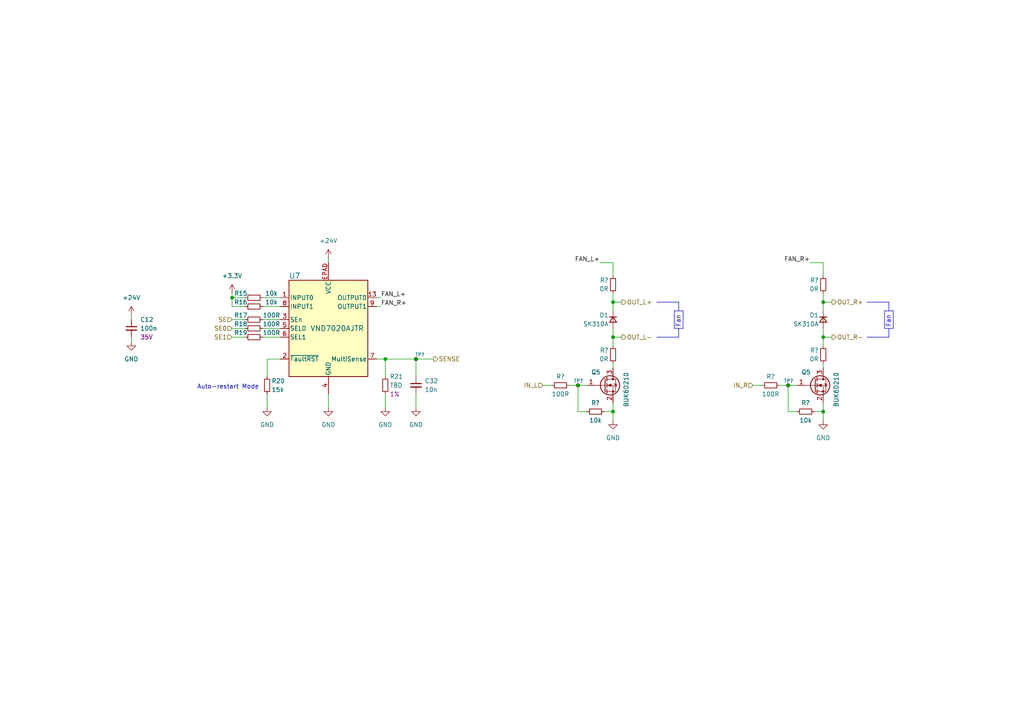
<source format=kicad_sch>
(kicad_sch (version 20230121) (generator eeschema)
  (paper "A4")
  (title_block (title "Fans") (date "2023-10-01") (rev "${REVISION}") (company "Author: I. Kajdan") (comment 1 "Reviewer:"))
  (lib_symbols
    (symbol "Connector:TestPoint_Small" (pin_numbers hide) (pin_names (offset 0.762) hide)
      (property "Reference" "TP" (at 0 3.81 0))
      (property "Value" "TestPoint_Small" (at 0 2.032 0))
      (symbol "TestPoint_Small_0_1"
        (circle (center 0 0) (radius 0.508))
      )
      (symbol "TestPoint_Small_1_1"
        (pin passive line (at 0 0 90) (length 0) (name "1") (number "1"))
      )
    )
    (symbol "Device:C_Small" (pin_numbers hide) (pin_names (offset 0.254) hide)
      (property "Reference" "C" (at 0.254 1.778 0))
      (property "Value" "C_Small" (at 0.254 -2.032 0))
      (symbol "C_Small_0_1"
        (polyline (pts (xy -1.524 -0.508) (xy 1.524 -0.508)) (stroke (width 0.3302)))
        (polyline (pts (xy -1.524 0.508) (xy 1.524 0.508)) (stroke (width 0.3048)))
      )
      (symbol "C_Small_1_1"
        (pin passive line (at 0 2.54 270) (length 2.032) (name "~") (number "1"))
        (pin passive line (at 0 -2.54 90) (length 2.032) (name "~") (number "2"))
      )
    )
    (symbol "Device:D_Small" (pin_numbers hide) (pin_names (offset 0.254) hide)
      (property "Reference" "D" (at -1.27 2.032 0))
      (property "Value" "D_Small" (at -3.81 -2.032 0))
      (symbol "D_Small_0_1"
        (polyline (pts (xy -0.762 -1.016) (xy -0.762 1.016)) (stroke (width 0.254)))
        (polyline (pts (xy -0.762 0) (xy 0.762 0)))
        (polyline (pts (xy 0.762 -1.016) (xy -0.762 0) (xy 0.762 1.016) (xy 0.762 -1.016)) (stroke (width 0.254)))
      )
      (symbol "D_Small_1_1"
        (pin passive line (at -2.54 0 0) (length 1.778) (name "K") (number "1"))
        (pin passive line (at 2.54 0 180) (length 1.778) (name "A") (number "2"))
      )
    )
    (symbol "Device:Q_NMOS_GSD" (pin_names (offset 0) hide)
      (property "Reference" "Q" (at 5.08 1.27 0))
      (property "Value" "Q_NMOS_GSD" (at 5.08 -1.27 0))
      (symbol "Q_NMOS_GSD_0_1"
        (polyline (pts (xy 0.254 0) (xy -2.54 0)))
        (polyline (pts (xy 0.254 1.905) (xy 0.254 -1.905)) (stroke (width 0.254)))
        (polyline (pts (xy 0.762 -1.27) (xy 0.762 -2.286)) (stroke (width 0.254)))
        (polyline (pts (xy 0.762 0.508) (xy 0.762 -0.508)) (stroke (width 0.254)))
        (polyline (pts (xy 0.762 2.286) (xy 0.762 1.27)) (stroke (width 0.254)))
        (polyline (pts (xy 2.54 2.54) (xy 2.54 1.778)))
        (polyline (pts (xy 2.54 -2.54) (xy 2.54 0) (xy 0.762 0)))
        (polyline (pts (xy 0.762 -1.778) (xy 3.302 -1.778) (xy 3.302 1.778) (xy 0.762 1.778)))
        (polyline (pts (xy 1.016 0) (xy 2.032 0.381) (xy 2.032 -0.381) (xy 1.016 0)) (fill (type outline)))
        (polyline (pts (xy 2.794 0.508) (xy 2.921 0.381) (xy 3.683 0.381) (xy 3.81 0.254)))
        (polyline (pts (xy 3.302 0.381) (xy 2.921 -0.254) (xy 3.683 -0.254) (xy 3.302 0.381)))
        (circle (center 1.651 0) (radius 2.794) (stroke (width 0.254)))
        (circle (center 2.54 -1.778) (radius 0.254) (fill (type outline)))
        (circle (center 2.54 1.778) (radius 0.254) (fill (type outline)))
      )
      (symbol "Q_NMOS_GSD_1_1"
        (pin input line (at -5.08 0 0) (length 2.54) (name "G") (number "1"))
        (pin passive line (at 2.54 -5.08 90) (length 2.54) (name "S") (number "2"))
        (pin passive line (at 2.54 5.08 270) (length 2.54) (name "D") (number "3"))
      )
    )
    (symbol "Device:R_Small" (pin_numbers hide) (pin_names (offset 0.254) hide)
      (property "Reference" "R" (at 0.762 0.508 0))
      (property "Value" "R_Small" (at 0.762 -1.016 0))
      (symbol "R_Small_0_1"
        (rectangle (start -0.762 1.778) (end 0.762 -1.778) (stroke (width 0.2032)))
      )
      (symbol "R_Small_1_1"
        (pin passive line (at 0 2.54 270) (length 0.762) (name "~") (number "1"))
        (pin passive line (at 0 -2.54 90) (length 0.762) (name "~") (number "2"))
      )
    )
    (symbol "VND7020AJTR:VND7020AJTR" (pin_names (offset 0.254))
      (property "Reference" "U" (at -11.43 15.24 0))
      (property "Value" "VND7020AJTR" (at 2.54 0 0))
      (symbol "VND7020AJTR_0_1"
        (rectangle (start -11.43 13.97) (end 11.43 -13.97) (stroke (width 0.254)) (fill (type background)))
      )
      (symbol "VND7020AJTR_1_1"
        (pin input line (at -13.97 8.89 0) (length 2.54) (name "INPUT0") (number "1"))
        (pin output line (at 13.97 6.35 180) (length 2.54) hide (name "OUTPUT1") (number "10"))
        (pin output line (at 13.97 6.35 180) (length 2.54) hide (name "OUTPUT1") (number "11"))
        (pin output line (at 13.97 6.35 180) (length 2.54) hide (name "OUTPUT1") (number "12"))
        (pin output line (at 13.97 8.89 180) (length 2.54) (name "OUTPUT0") (number "13"))
        (pin output line (at 13.97 8.89 180) (length 2.54) hide (name "OUTPUT0") (number "14"))
        (pin output line (at 13.97 8.89 180) (length 2.54) hide (name "OUTPUT0") (number "15"))
        (pin output line (at 13.97 8.89 180) (length 2.54) hide (name "OUTPUT0") (number "16"))
        (pin input line (at -13.97 -8.89 0) (length 2.54) (name "~{FaultRST}") (number "2"))
        (pin input line (at -13.97 2.54 0) (length 2.54) (name "SEn") (number "3"))
        (pin power_in line (at 0 -19.05 90) (length 5.08) (name "GND") (number "4"))
        (pin input line (at -13.97 0 0) (length 2.54) (name "SEL0") (number "5"))
        (pin input line (at -13.97 -2.54 0) (length 2.54) (name "SEL1") (number "6"))
        (pin passive line (at 13.97 -8.89 180) (length 2.54) (name "MultiSense") (number "7"))
        (pin input line (at -13.97 6.35 0) (length 2.54) (name "INPUT1") (number "8"))
        (pin output line (at 13.97 6.35 180) (length 2.54) (name "OUTPUT1") (number "9"))
        (pin power_in line (at 0 19.05 270) (length 5.08) (name "VCC") (number "EPAD"))
      )
    )
    (symbol "power:+24V" (power) (pin_names (offset 0))
      (property "Value" "+24V" (at 0 3.556 0))
      (symbol "+24V_0_1"
        (polyline (pts (xy -0.762 1.27) (xy 0 2.54)))
        (polyline (pts (xy 0 0) (xy 0 2.54)))
        (polyline (pts (xy 0 2.54) (xy 0.762 1.27)))
      )
      (symbol "+24V_1_1"
        (pin power_in line (at 0 0 90) (length 0) hide (name "+24V") (number "1"))
      )
    )
    (symbol "power:+3.3V" (power) (pin_names (offset 0))
      (property "Value" "+3.3V" (at 0 3.556 0))
      (symbol "+3.3V_0_1"
        (polyline (pts (xy -0.762 1.27) (xy 0 2.54)))
        (polyline (pts (xy 0 0) (xy 0 2.54)))
        (polyline (pts (xy 0 2.54) (xy 0.762 1.27)))
      )
      (symbol "+3.3V_1_1"
        (pin power_in line (at 0 0 90) (length 0) hide (name "+3.3V") (number "1"))
      )
    )
    (symbol "power:GND" (power) (pin_names (offset 0))
      (property "Value" "GND" (at 0 -3.81 0))
      (symbol "GND_0_1"
        (polyline (pts (xy 0 0) (xy 0 -1.27) (xy 1.27 -1.27) (xy 0 -2.54) (xy -1.27 -1.27) (xy 0 -1.27)))
      )
      (symbol "GND_1_1"
        (pin power_in line (at 0 0 270) (length 0) hide (name "GND") (number "1"))
      )
    )
  )
  (junction (at 238.76 119.38))
  (junction (at 167.64 111.76))
  (junction (at 177.8 119.38))
  (junction (at 67.31 86.36))
  (junction (at 177.8 97.79))
  (junction (at 228.6 111.76))
  (junction (at 177.8 87.63))
  (junction (at 120.65 104.14))
  (junction (at 111.76 104.14))
  (junction (at 238.76 87.63))
  (junction (at 238.76 97.79))
  (wire (pts (xy 238.76 95.25) (xy 238.76 97.79)))
  (wire (pts (xy 110.49 88.9) (xy 109.22 88.9)))
  (wire (pts (xy 238.76 116.84) (xy 238.76 119.38)))
  (wire (pts (xy 76.2 86.36) (xy 81.28 86.36)))
  (polyline (pts (xy 195.58 95.25) (xy 195.58 90.17)))
  (polyline (pts (xy 196.85 87.63) (xy 196.85 90.17)))
  (wire (pts (xy 77.47 114.3) (xy 77.47 118.11)))
  (wire (pts (xy 177.8 95.25) (xy 177.8 97.79)))
  (polyline (pts (xy 195.58 90.17) (xy 198.12 90.17)))
  (wire (pts (xy 38.1 91.44) (xy 38.1 92.71)))
  (wire (pts (xy 76.2 92.71) (xy 81.28 92.71)))
  (wire (pts (xy 238.76 119.38) (xy 238.76 121.92)))
  (wire (pts (xy 177.8 87.63) (xy 180.34 87.63)))
  (wire (pts (xy 238.76 97.79) (xy 238.76 100.33)))
  (wire (pts (xy 165.1 111.76) (xy 167.64 111.76)))
  (wire (pts (xy 238.76 105.41) (xy 238.76 106.68)))
  (wire (pts (xy 38.1 97.79) (xy 38.1 99.06)))
  (wire (pts (xy 110.49 86.36) (xy 109.22 86.36)))
  (wire (pts (xy 177.8 80.01) (xy 177.8 76.2)))
  (wire (pts (xy 67.31 97.79) (xy 71.12 97.79)))
  (polyline (pts (xy 256.54 90.17) (xy 259.08 90.17)))
  (wire (pts (xy 236.22 119.38) (xy 238.76 119.38)))
  (wire (pts (xy 167.64 111.76) (xy 167.64 119.38)))
  (wire (pts (xy 67.31 92.71) (xy 71.12 92.71)))
  (wire (pts (xy 120.65 104.14) (xy 120.65 109.22)))
  (wire (pts (xy 120.65 104.14) (xy 125.73 104.14)))
  (polyline (pts (xy 257.81 87.63) (xy 257.81 90.17)))
  (wire (pts (xy 109.22 104.14) (xy 111.76 104.14)))
  (polyline (pts (xy 198.12 90.17) (xy 198.12 95.25)))
  (polyline (pts (xy 259.08 95.25) (xy 256.54 95.25)))
  (wire (pts (xy 120.65 114.3) (xy 120.65 118.11)))
  (wire (pts (xy 228.6 119.38) (xy 231.14 119.38)))
  (wire (pts (xy 111.76 104.14) (xy 111.76 109.22)))
  (wire (pts (xy 226.06 111.76) (xy 228.6 111.76)))
  (wire (pts (xy 157.48 111.76) (xy 160.02 111.76)))
  (wire (pts (xy 228.6 111.76) (xy 231.14 111.76)))
  (wire (pts (xy 238.76 87.63) (xy 238.76 90.17)))
  (wire (pts (xy 177.8 105.41) (xy 177.8 106.68)))
  (polyline (pts (xy 259.08 90.17) (xy 259.08 95.25)))
  (wire (pts (xy 95.25 114.3) (xy 95.25 118.11)))
  (wire (pts (xy 77.47 104.14) (xy 81.28 104.14)))
  (polyline (pts (xy 251.46 87.63) (xy 257.81 87.63)))
  (wire (pts (xy 234.95 76.2) (xy 238.76 76.2)))
  (wire (pts (xy 177.8 87.63) (xy 177.8 90.17)))
  (wire (pts (xy 241.3 97.79) (xy 238.76 97.79)))
  (wire (pts (xy 177.8 119.38) (xy 177.8 121.92)))
  (polyline (pts (xy 251.46 97.79) (xy 257.81 97.79)))
  (wire (pts (xy 76.2 97.79) (xy 81.28 97.79)))
  (wire (pts (xy 167.64 111.76) (xy 170.18 111.76)))
  (wire (pts (xy 180.34 97.79) (xy 177.8 97.79)))
  (wire (pts (xy 218.44 111.76) (xy 220.98 111.76)))
  (polyline (pts (xy 190.5 87.63) (xy 196.85 87.63)))
  (wire (pts (xy 76.2 88.9) (xy 81.28 88.9)))
  (wire (pts (xy 177.8 97.79) (xy 177.8 100.33)))
  (wire (pts (xy 238.76 85.09) (xy 238.76 87.63)))
  (wire (pts (xy 167.64 119.38) (xy 170.18 119.38)))
  (polyline (pts (xy 196.85 95.25) (xy 196.85 97.79)))
  (polyline (pts (xy 257.81 95.25) (xy 257.81 97.79)))
  (wire (pts (xy 228.6 111.76) (xy 228.6 119.38)))
  (wire (pts (xy 173.99 76.2) (xy 177.8 76.2)))
  (wire (pts (xy 238.76 80.01) (xy 238.76 76.2)))
  (wire (pts (xy 95.25 74.93) (xy 95.25 76.2)))
  (wire (pts (xy 77.47 104.14) (xy 77.47 109.22)))
  (polyline (pts (xy 190.5 97.79) (xy 196.85 97.79)))
  (wire (pts (xy 67.31 95.25) (xy 71.12 95.25)))
  (wire (pts (xy 67.31 88.9) (xy 71.12 88.9)))
  (wire (pts (xy 238.76 87.63) (xy 241.3 87.63)))
  (wire (pts (xy 76.2 95.25) (xy 81.28 95.25)))
  (wire (pts (xy 67.31 85.09) (xy 67.31 86.36)))
  (wire (pts (xy 67.31 86.36) (xy 71.12 86.36)))
  (wire (pts (xy 177.8 85.09) (xy 177.8 87.63)))
  (wire (pts (xy 67.31 86.36) (xy 67.31 88.9)))
  (polyline (pts (xy 256.54 95.25) (xy 256.54 90.17)))
  (polyline (pts (xy 198.12 95.25) (xy 195.58 95.25)))
  (wire (pts (xy 175.26 119.38) (xy 177.8 119.38)))
  (wire (pts (xy 111.76 104.14) (xy 120.65 104.14)))
  (wire (pts (xy 111.76 114.3) (xy 111.76 118.11)))
  (wire (pts (xy 177.8 116.84) (xy 177.8 119.38)))
  (text "Auto-restart Mode" (at 57.15 113.03 0) (effects (font (size 1.27 1.27)) (justify left bottom)))
  (text "Fan" (at 258.445 94.996 90) (effects (font (size 1.27 1.27)) (justify left bottom)))
  (text "Fan" (at 197.485 94.996 90) (effects (font (size 1.27 1.27)) (justify left bottom)))
  (label "FAN_R+" (at 234.95 76.2 180))
  (label "FAN_R+" (at 110.49 88.9 0))
  (label "FAN_L+" (at 173.99 76.2 180))
  (label "FAN_L+" (at 110.49 86.36 0))
  (hierarchical_label "SE1" (shape input) (at 67.31 97.79 180))
  (hierarchical_label "OUT_R+" (shape output) (at 241.3 87.63 0))
  (hierarchical_label "SE" (shape input) (at 67.31 92.71 180))
  (hierarchical_label "SENSE" (shape output) (at 125.73 104.14 0))
  (hierarchical_label "OUT_R-" (shape output) (at 241.3 97.79 0))
  (hierarchical_label "OUT_L+" (shape output) (at 180.34 87.63 0))
  (hierarchical_label "OUT_L-" (shape output) (at 180.34 97.79 0))
  (hierarchical_label "IN_R" (shape input) (at 218.44 111.76 180))
  (hierarchical_label "IN_L" (shape input) (at 157.48 111.76 180))
  (hierarchical_label "SE0" (shape input) (at 67.31 95.25 180))
  (symbol (lib_id "VND7020AJTR:VND7020AJTR") (at 95.25 95.25 0) (unit 1)
    (property "Reference" "U7" (at 83.82 80.01 0) (effects (font (size 1.524 1.524)) (justify left)))
    (property "Value" "VND7020AJTR" (at 97.79 95.25 0) (effects (font (size 1.524 1.524))))
    (property "Footprint" "Local_Library:VND7020AJTR" (effects hide))
    (property "Datasheet" "https://www.mouser.pl/datasheet/2/389/vnd7020aj-1852633.pdf" (effects hide))
  )
  (symbol (lib_id "power:+24V") (at 38.1 91.44 0) (unit 1)
    (property "Reference" "#PWR020" (effects hide))
    (property "Value" "+24V" (at 38.1 86.36 0))
    (instances (project "rearbox" (path "" (reference "#PWR020") (unit 1)) (path "" (reference "#PWR071") (unit 1))))
  )
  (symbol (lib_id "power:GND") (at 120.65 118.11 0) (unit 1)
    (property "Reference" "#PWR?" (effects hide))
    (property "Value" "GND" (at 120.65 123.19 0))
    (instances (project "rearbox" (path "" (reference "#PWR?") (unit 1)) (path "" (reference "#PWR?") (unit 1)) (path "" (reference "#PWR0130") (unit 1)) (path "" (reference "#PWR?") (unit 1)) (path "" (reference "#PWR078") (unit 1)) (path "" (reference "#PWR069") (unit 1))) (project "Traction_Control_System" (path "" (reference "#PWR?") (unit 1)) (path "" (reference "#PWR?") (unit 1))))
  )
  (symbol (lib_id "Device:Q_NMOS_GSD") (at 236.22 111.76 0) (unit 1)
    (property "Reference" "Q5" (at 232.41 107.95 0) (effects (justify left)))
    (property "Value" "BUK6D210" (at 242.57 118.11 90) (effects (justify left)))
    (property "Footprint" "Package_DFN_QFN:Diodes_UDFN2020-6_Type-F" (effects hide))
    (property "Datasheet" "https://www.mouser.pl/datasheet/2/916/BUK6D210_60E-1596115.pdf" (effects hide))
    (instances (project "rearbox" (path "" (reference "Q5") (unit 1)) (path "" (reference "Q10") (unit 1)) (path "" (reference "Q3") (unit 1)) (path "" (reference "Q5") (unit 1))))
  )
  (symbol (lib_id "Device:R_Small") (at 238.76 82.55 180) (unit 1)
    (property "Reference" "R?" (at 237.49 81.28 0) (effects (justify left)))
    (property "Value" "0R" (at 237.49 83.82 0) (effects (justify left)))
    (property "Footprint" "Resistor_SMD:R_0603_1608Metric" (effects hide))
    (instances (project "rearbox" (path "" (reference "R?") (unit 1)) (path "" (reference "R?") (unit 1)) (path "" (reference "R96") (unit 1)) (path "" (reference "R?") (unit 1)) (path "" (reference "R28") (unit 1)) (path "" (reference "R30") (unit 1))) (project "Traction_Control_System" (path "" (reference "R?") (unit 1)) (path "" (reference "R?") (unit 1))))
  )
  (symbol (lib_id "power:GND") (at 38.1 99.06 0) (unit 1)
    (property "Reference" "#PWR?" (effects hide))
    (property "Value" "GND" (at 38.1 104.14 0))
    (instances (project "rearbox" (path "" (reference "#PWR?") (unit 1)) (path "" (reference "#PWR?") (unit 1)) (path "" (reference "#PWR0130") (unit 1)) (path "" (reference "#PWR?") (unit 1)) (path "" (reference "#PWR072") (unit 1)) (path "" (reference "#PWR069") (unit 1))) (project "Traction_Control_System" (path "" (reference "#PWR?") (unit 1)) (path "" (reference "#PWR?") (unit 1))))
  )
  (symbol (lib_id "Device:R_Small") (at 73.66 92.71 90) (mirror x) (unit 1)
    (property "Reference" "R17" (at 69.85 91.44 90))
    (property "Value" "100R" (at 78.74 91.44 90))
    (property "Footprint" "Resistor_SMD:R_0603_1608Metric" (effects hide))
  )
  (symbol (lib_id "Device:R_Small") (at 73.66 95.25 90) (mirror x) (unit 1)
    (property "Reference" "R18" (at 69.85 93.98 90))
    (property "Value" "100R" (at 78.74 93.98 90))
    (property "Footprint" "Resistor_SMD:R_0603_1608Metric" (effects hide))
  )
  (symbol (lib_id "Device:R_Small") (at 111.76 111.76 0) (unit 1)
    (property "Reference" "R21" (at 113.03 109.22 0) (effects (justify left)))
    (property "Value" "TBD" (at 113.03 111.76 0) (effects (justify left)))
    (property "Footprint" "Resistor_SMD:R_0603_1608Metric" (effects hide))
    (property "Tolerance" "1%" (at 113.03 114.3 0) (effects (justify left)))
  )
  (symbol (lib_id "Connector:TestPoint_Small") (at 167.64 111.76 0) (unit 1)
    (property "Reference" "TP?" (at 166.37 110.49 0) (effects (font (size 1 1)) (justify left)))
    (property "Value" "TestPoint_Small" (effects hide))
    (property "Footprint" "TestPoint:TestPoint_Pad_D1.0mm" (effects hide))
    (instances (project "rearbox" (path "" (reference "TP?") (unit 1)) (path "" (reference "TP3") (unit 1)) (path "" (reference "TP1") (unit 1)) (path "" (reference "TP43") (unit 1)) (path "" (reference "TP17") (unit 1)) (path "" (reference "TP17") (unit 1))))
  )
  (symbol (lib_id "power:+24V") (at 95.25 74.93 0) (unit 1)
    (property "Reference" "#PWR020" (effects hide))
    (property "Value" "+24V" (at 95.25 69.85 0))
    (instances (project "rearbox" (path "" (reference "#PWR020") (unit 1)) (path "" (reference "#PWR075") (unit 1))))
  )
  (symbol (lib_id "Connector:TestPoint_Small") (at 228.6 111.76 0) (unit 1)
    (property "Reference" "TP?" (at 227.33 110.49 0) (effects (font (size 1 1)) (justify left)))
    (property "Value" "TestPoint_Small" (effects hide))
    (property "Footprint" "TestPoint:TestPoint_Pad_D1.0mm" (effects hide))
    (instances (project "rearbox" (path "" (reference "TP?") (unit 1)) (path "" (reference "TP3") (unit 1)) (path "" (reference "TP1") (unit 1)) (path "" (reference "TP43") (unit 1)) (path "" (reference "TP18") (unit 1)) (path "" (reference "TP18") (unit 1))))
  )
  (symbol (lib_id "power:GND") (at 177.8 121.92 0) (unit 1)
    (property "Reference" "#PWR?" (effects hide))
    (property "Value" "GND" (at 177.8 127 0))
    (instances (project "rearbox" (path "" (reference "#PWR?") (unit 1)) (path "" (reference "#PWR?") (unit 1)) (path "" (reference "#PWR0130") (unit 1)) (path "" (reference "#PWR?") (unit 1)) (path "" (reference "#PWR079") (unit 1)) (path "" (reference "#PWR069") (unit 1))) (project "Traction_Control_System" (path "" (reference "#PWR?") (unit 1)) (path "" (reference "#PWR?") (unit 1))))
  )
  (symbol (lib_id "Device:R_Small") (at 172.72 119.38 270) (unit 1)
    (property "Reference" "R?" (at 172.72 116.84 90))
    (property "Value" "10k" (at 172.72 121.92 90))
    (property "Footprint" "Resistor_SMD:R_0603_1608Metric" (effects hide))
    (instances (project "DV_ASSI" (path "" (reference "R?") (unit 1))) (project "rearbox" (path "" (reference "R37") (unit 1)) (path "" (reference "R22") (unit 1)) (path "" (reference "R29") (unit 1)) (path "" (reference "R23") (unit 1))))
  )
  (symbol (lib_id "Connector:TestPoint_Small") (at 120.65 104.14 0) (unit 1)
    (property "Reference" "TP?" (at 123.19 102.87 0) (effects (font (size 1 1)) (justify right)))
    (property "Value" "TestPoint_Small" (effects hide))
    (property "Footprint" "TestPoint:TestPoint_Pad_D1.0mm" (effects hide))
    (instances (project "rearbox" (path "" (reference "TP?") (unit 1)) (path "" (reference "TP3") (unit 1)) (path "" (reference "TP1") (unit 1)) (path "" (reference "TP49") (unit 1)) (path "" (reference "TP1") (unit 1)) (path "" (reference "TP16") (unit 1))))
  )
  (symbol (lib_id "Device:R_Small") (at 238.76 102.87 180) (unit 1)
    (property "Reference" "R?" (at 237.49 101.6 0) (effects (justify left)))
    (property "Value" "0R" (at 237.49 104.14 0) (effects (justify left)))
    (property "Footprint" "Resistor_SMD:R_0603_1608Metric" (effects hide))
    (instances (project "rearbox" (path "" (reference "R?") (unit 1)) (path "" (reference "R?") (unit 1)) (path "" (reference "R96") (unit 1)) (path "" (reference "R?") (unit 1)) (path "" (reference "R29") (unit 1)) (path "" (reference "R30") (unit 1))) (project "Traction_Control_System" (path "" (reference "R?") (unit 1)) (path "" (reference "R?") (unit 1))))
  )
  (symbol (lib_id "Device:R_Small") (at 223.52 111.76 270) (unit 1)
    (property "Reference" "R?" (at 223.52 109.22 90))
    (property "Value" "100R" (at 223.52 114.3 90))
    (property "Footprint" "Resistor_SMD:R_0603_1608Metric" (effects hide))
    (instances (project "rearbox" (path "" (reference "R?") (unit 1)) (path "" (reference "R?") (unit 1)) (path "" (reference "R94") (unit 1)) (path "" (reference "R?") (unit 1)) (path "" (reference "R26") (unit 1)) (path "" (reference "R32") (unit 1))) (project "Traction_Control_System" (path "" (reference "R?") (unit 1)) (path "" (reference "R?") (unit 1))))
  )
  (symbol (lib_id "Device:R_Small") (at 162.56 111.76 270) (unit 1)
    (property "Reference" "R?" (at 162.56 109.22 90))
    (property "Value" "100R" (at 162.56 114.3 90))
    (property "Footprint" "Resistor_SMD:R_0603_1608Metric" (effects hide))
    (instances (project "rearbox" (path "" (reference "R?") (unit 1)) (path "" (reference "R?") (unit 1)) (path "" (reference "R94") (unit 1)) (path "" (reference "R?") (unit 1)) (path "" (reference "R22") (unit 1)) (path "" (reference "R28") (unit 1))) (project "Traction_Control_System" (path "" (reference "R?") (unit 1)) (path "" (reference "R?") (unit 1))))
  )
  (symbol (lib_id "Device:R_Small") (at 233.68 119.38 270) (unit 1)
    (property "Reference" "R?" (at 233.68 116.84 90))
    (property "Value" "10k" (at 233.68 121.92 90))
    (property "Footprint" "Resistor_SMD:R_0603_1608Metric" (effects hide))
    (instances (project "DV_ASSI" (path "" (reference "R?") (unit 1))) (project "rearbox" (path "" (reference "R37") (unit 1)) (path "" (reference "R22") (unit 1)) (path "" (reference "R33") (unit 1)) (path "" (reference "R27") (unit 1))))
  )
  (symbol (lib_id "power:GND") (at 111.76 118.11 0) (unit 1)
    (property "Reference" "#PWR?" (effects hide))
    (property "Value" "GND" (at 111.76 123.19 0))
    (instances (project "rearbox" (path "" (reference "#PWR?") (unit 1)) (path "" (reference "#PWR?") (unit 1)) (path "" (reference "#PWR0130") (unit 1)) (path "" (reference "#PWR?") (unit 1)) (path "" (reference "#PWR077") (unit 1)) (path "" (reference "#PWR069") (unit 1))) (project "Traction_Control_System" (path "" (reference "#PWR?") (unit 1)) (path "" (reference "#PWR?") (unit 1))))
  )
  (symbol (lib_id "power:+3.3V") (at 67.31 85.09 0) (unit 1)
    (property "Reference" "#PWR010" (effects hide))
    (property "Value" "+3.3V" (at 67.31 80.01 0))
    (instances (project "rearbox" (path "" (reference "#PWR010") (unit 1)) (path "" (reference "#PWR073") (unit 1))))
  )
  (symbol (lib_id "power:GND") (at 238.76 121.92 0) (unit 1)
    (property "Reference" "#PWR?" (effects hide))
    (property "Value" "GND" (at 238.76 127 0))
    (instances (project "rearbox" (path "" (reference "#PWR?") (unit 1)) (path "" (reference "#PWR?") (unit 1)) (path "" (reference "#PWR0130") (unit 1)) (path "" (reference "#PWR?") (unit 1)) (path "" (reference "#PWR080") (unit 1)) (path "" (reference "#PWR070") (unit 1))) (project "Traction_Control_System" (path "" (reference "#PWR?") (unit 1)) (path "" (reference "#PWR?") (unit 1))))
  )
  (symbol (lib_id "Device:D_Small") (at 238.76 92.71 90) (mirror x) (unit 1)
    (property "Reference" "D1" (at 237.49 91.44 90) (effects (justify left)))
    (property "Value" "SK310A" (at 237.49 93.98 90) (effects (justify left)))
    (property "Footprint" "Diode_SMD:D_SMA" (effects hide))
    (property "Datasheet" "https://www.smc-diodes.com/propdf/SK310A%20N0945%20REV.A.pdf" (effects hide))
    (instances (project "control_board" (path "" (reference "D1") (unit 1))) (project "rearbox" (path "" (reference "D1") (unit 1)) (path "" (reference "D4") (unit 1))))
  )
  (symbol (lib_id "Device:R_Small") (at 177.8 102.87 180) (unit 1)
    (property "Reference" "R?" (at 176.53 101.6 0) (effects (justify left)))
    (property "Value" "0R" (at 176.53 104.14 0) (effects (justify left)))
    (property "Footprint" "Resistor_SMD:R_0603_1608Metric" (effects hide))
    (instances (project "rearbox" (path "" (reference "R?") (unit 1)) (path "" (reference "R?") (unit 1)) (path "" (reference "R96") (unit 1)) (path "" (reference "R?") (unit 1)) (path "" (reference "R25") (unit 1)) (path "" (reference "R30") (unit 1))) (project "Traction_Control_System" (path "" (reference "R?") (unit 1)) (path "" (reference "R?") (unit 1))))
  )
  (symbol (lib_id "Device:R_Small") (at 177.8 82.55 180) (unit 1)
    (property "Reference" "R?" (at 176.53 81.28 0) (effects (justify left)))
    (property "Value" "0R" (at 176.53 83.82 0) (effects (justify left)))
    (property "Footprint" "Resistor_SMD:R_0603_1608Metric" (effects hide))
    (instances (project "rearbox" (path "" (reference "R?") (unit 1)) (path "" (reference "R?") (unit 1)) (path "" (reference "R96") (unit 1)) (path "" (reference "R?") (unit 1)) (path "" (reference "R24") (unit 1)) (path "" (reference "R30") (unit 1))) (project "Traction_Control_System" (path "" (reference "R?") (unit 1)) (path "" (reference "R?") (unit 1))))
  )
  (symbol (lib_id "Device:R_Small") (at 77.47 111.76 0) (unit 1)
    (property "Reference" "R20" (at 78.74 110.49 0) (effects (justify left)))
    (property "Value" "15k" (at 78.74 113.03 0) (effects (justify left)))
    (property "Footprint" "Resistor_SMD:R_0603_1608Metric" (effects hide))
  )
  (symbol (lib_id "Device:D_Small") (at 177.8 92.71 90) (mirror x) (unit 1)
    (property "Reference" "D1" (at 176.53 91.44 90) (effects (justify left)))
    (property "Value" "SK310A" (at 176.53 93.98 90) (effects (justify left)))
    (property "Footprint" "Diode_SMD:D_SMA" (effects hide))
    (property "Datasheet" "https://www.smc-diodes.com/propdf/SK310A%20N0945%20REV.A.pdf" (effects hide))
    (instances (project "control_board" (path "" (reference "D1") (unit 1))) (project "rearbox" (path "" (reference "D1") (unit 1)) (path "" (reference "D3") (unit 1))))
  )
  (symbol (lib_id "Device:C_Small") (at 38.1 95.25 0) (mirror y) (unit 1)
    (property "Reference" "C12" (at 40.64 92.71 0) (effects (justify right)))
    (property "Value" "100n" (at 40.64 95.25 0) (effects (justify right)))
    (property "Footprint" "Capacitor_SMD:C_0603_1608Metric" (effects hide))
    (property "Rated Voltage" "35V" (at 40.64 97.79 0) (effects (justify right)))
    (instances (project "rearbox" (path "" (reference "C12") (unit 1)) (path "" (reference "C31") (unit 1))))
  )
  (symbol (lib_id "Device:R_Small") (at 73.66 86.36 90) (mirror x) (unit 1)
    (property "Reference" "R15" (at 69.85 85.09 90))
    (property "Value" "10k" (at 78.74 85.09 90))
    (property "Footprint" "Resistor_SMD:R_0603_1608Metric" (effects hide))
  )
  (symbol (lib_id "power:GND") (at 95.25 118.11 0) (unit 1)
    (property "Reference" "#PWR?" (effects hide))
    (property "Value" "GND" (at 95.25 123.19 0))
    (instances (project "rearbox" (path "" (reference "#PWR?") (unit 1)) (path "" (reference "#PWR?") (unit 1)) (path "" (reference "#PWR0130") (unit 1)) (path "" (reference "#PWR?") (unit 1)) (path "" (reference "#PWR076") (unit 1)) (path "" (reference "#PWR069") (unit 1))) (project "Traction_Control_System" (path "" (reference "#PWR?") (unit 1)) (path "" (reference "#PWR?") (unit 1))))
  )
  (symbol (lib_id "Device:R_Small") (at 73.66 97.79 90) (mirror x) (unit 1)
    (property "Reference" "R19" (at 69.85 96.52 90))
    (property "Value" "100R" (at 78.74 96.52 90))
    (property "Footprint" "Resistor_SMD:R_0603_1608Metric" (effects hide))
  )
  (symbol (lib_id "power:GND") (at 77.47 118.11 0) (unit 1)
    (property "Reference" "#PWR?" (effects hide))
    (property "Value" "GND" (at 77.47 123.19 0))
    (instances (project "rearbox" (path "" (reference "#PWR?") (unit 1)) (path "" (reference "#PWR?") (unit 1)) (path "" (reference "#PWR0130") (unit 1)) (path "" (reference "#PWR?") (unit 1)) (path "" (reference "#PWR074") (unit 1)) (path "" (reference "#PWR069") (unit 1))) (project "Traction_Control_System" (path "" (reference "#PWR?") (unit 1)) (path "" (reference "#PWR?") (unit 1))))
  )
  (symbol (lib_id "Device:Q_NMOS_GSD") (at 175.26 111.76 0) (unit 1)
    (property "Reference" "Q5" (at 171.45 107.95 0) (effects (justify left)))
    (property "Value" "BUK6D210" (at 181.61 118.11 90) (effects (justify left)))
    (property "Footprint" "Package_DFN_QFN:Diodes_UDFN2020-6_Type-F" (effects hide))
    (property "Datasheet" "https://www.mouser.pl/datasheet/2/916/BUK6D210_60E-1596115.pdf" (effects hide))
    (instances (project "rearbox" (path "" (reference "Q5") (unit 1)) (path "" (reference "Q10") (unit 1)) (path "" (reference "Q2") (unit 1)) (path "" (reference "Q4") (unit 1))))
  )
  (symbol (lib_id "Device:C_Small") (at 120.65 111.76 0) (unit 1)
    (property "Reference" "C32" (at 123.19 110.4963 0) (effects (justify left)))
    (property "Value" "10n" (at 123.19 113.0363 0) (effects (justify left)))
    (property "Footprint" "Capacitor_SMD:C_0603_1608Metric" (effects hide))
  )
  (symbol (lib_id "Device:R_Small") (at 73.66 88.9 90) (mirror x) (unit 1)
    (property "Reference" "R16" (at 69.85 87.63 90))
    (property "Value" "10k" (at 78.74 87.63 90))
    (property "Footprint" "Resistor_SMD:R_0603_1608Metric" (effects hide))
  )
)
</source>
